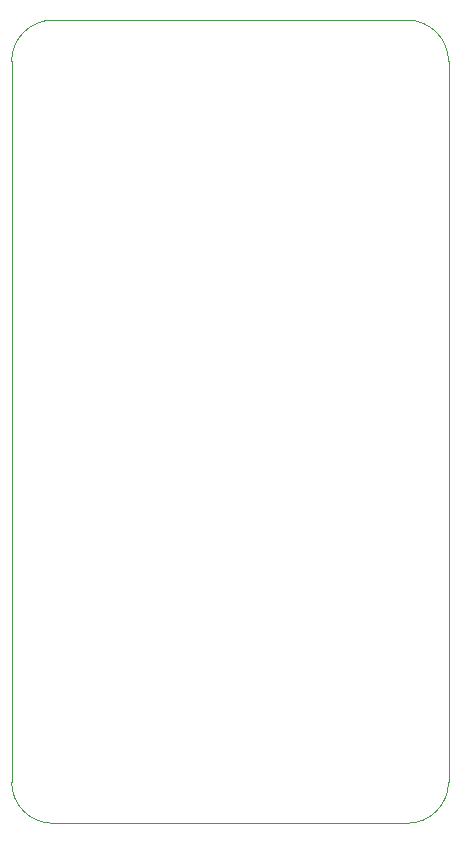
<source format=gbr>
%TF.GenerationSoftware,KiCad,Pcbnew,7.0.10*%
%TF.CreationDate,2024-01-08T16:26:41+01:00*%
%TF.ProjectId,mold_detect,6d6f6c64-5f64-4657-9465-63742e6b6963,rev?*%
%TF.SameCoordinates,Original*%
%TF.FileFunction,Profile,NP*%
%FSLAX46Y46*%
G04 Gerber Fmt 4.6, Leading zero omitted, Abs format (unit mm)*
G04 Created by KiCad (PCBNEW 7.0.10) date 2024-01-08 16:26:41*
%MOMM*%
%LPD*%
G01*
G04 APERTURE LIST*
%TA.AperFunction,Profile*%
%ADD10C,0.100000*%
%TD*%
G04 APERTURE END LIST*
D10*
X78500000Y-83000000D02*
X78500000Y-144000000D01*
X112000000Y-147500000D02*
G75*
G03*
X115500000Y-144000000I0J3500000D01*
G01*
X82000000Y-147500000D02*
X112000000Y-147500000D01*
X78500000Y-144000000D02*
G75*
G03*
X82000000Y-147500000I3500000J0D01*
G01*
X82000000Y-79500000D02*
X112000000Y-79500000D01*
X82000000Y-79500000D02*
G75*
G03*
X78500000Y-83000000I0J-3500000D01*
G01*
X115500000Y-83000000D02*
X115500000Y-144000000D01*
X115500000Y-83000000D02*
G75*
G03*
X112000000Y-79500000I-3500000J0D01*
G01*
M02*

</source>
